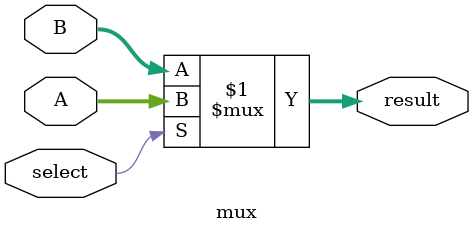
<source format=v>
module mux (
  input  [31:0] A,
  input  [31:0] B,
  input         select,
  output [31:0] result
);
  // operador ternário elimina o always/reg
  assign result = select ? A : B;
endmodule
</source>
